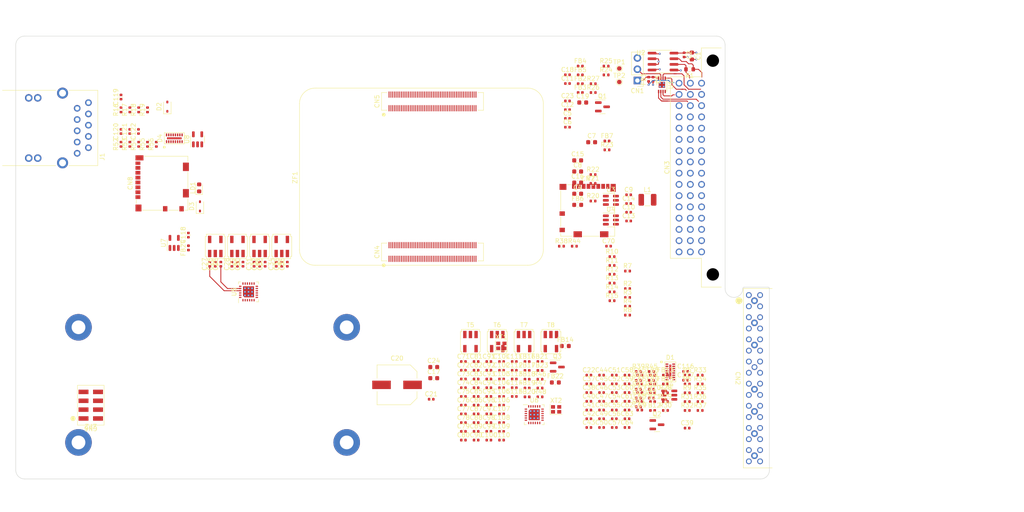
<source format=kicad_pcb>
(kicad_pcb (version 20221018) (generator pcbnew)
  (layers (0 "F.Cu" signal) (1 "In1.Cu" signal) (2 "In2.Cu" signal) (31 "B.Cu" signal) (34 "B.Paste" user) (35 "F.Paste" user) (36 "B.SilkS" user "B.Silkscreen") (37 "F.SilkS" user "F.Silkscreen") (38 "B.Mask" user) (39 "F.Mask" user) (44 "Edge.Cuts" user))
  (net 0 "")
  (net 1 "+48V")
  (net 2 "+24V")
  (net 3 "+12V")
  (net 4 "/PSU_EEPROM_3V3")
  (net 5 "/PSU_EEPROM_ADDR1")
  (net 6 "/SLOTS_EEPROM_SDA")
  (net 7 "/SLOTS_EEPROM_SCL")
  (net 8 "/PSU_EEPROM_SDA")
  (net 9 "/PSU_EEPROM_ADDR0")
  (net 10 "/SLOTS_EEPROM_3V3")
  (net 11 "/SLOTS_EEPROM_WP")
  (net 12 "/PSU_EEPROM_SCL")
  (net 13 "/PSU_EEPROM_ADDR2")
  (net 14 "/RX")
  (net 15 "/~{R}{slash}W")
  (net 16 "/TX")
  (net 17 "/RS485_B")
  (net 18 "/RS485_A")
  (net 19 "0V")
  (net 23 "Net-(CN4D-GPIO26)")
  (net 34 "+3.3V")
  (net 35 "Net-(U1-WP)")
  (net 36 "Net-(CN4D-GPIO25)")
  (net 37 "Net-(CN4D-GPIO24)")
  (net 38 "Net-(CN4D-GPIO22)")
  (net 39 "Net-(CN4D-GPIO23)")
  (net 40 "Net-(CN4D-GPIO27)")
  (net 72 "/Pi CM4 - GPIO/SD_CLK")
  (net 73 "/Pi CM4 - GPIO/SD_CMD")
  (net 78 "/Pi CM4 - GPIO/SD_DAT0")
  (net 79 "/Pi CM4 - GPIO/SD_DAT1")
  (net 80 "/Pi CM4 - GPIO/SD_DAT2")
  (net 82 "/Pi CM4 - GPIO/SD_DAT3")
  (net 84 "Net-(CN4D-GPIO13)")
  (net 85 "Net-(CN4D-GPIO12)")
  (net 87 "Net-(CN4D-GPIO17)")
  (net 89 "/Pi CM4 - GPIO/UART0_RX")
  (net 90 "Net-(CN4D-GPIO14)")
  (net 91 "/Pi CM4 - GPIO/UART0_TX")
  (net 92 "/Pi CM4 - GPIO/RS485_~{RX}{slash}TX")
  (net 93 "+3V3")
  (net 134 "Net-(C25-Pad2)")
  (net 135 "/GPS/GNSS_PPS")
  (net 136 "/GPS/~{GNSS_RESET}")
  (net 137 "Net-(Q1-G)")
  (net 138 "/GPS/GNSS_25MHZ")
  (net 139 "/GPS/GNSS_TX")
  (net 140 "/GPS/GNSS_RX")
  (net 141 "Net-(FB4-Pad1)")
  (net 142 "Net-(C26-Pad2)")
  (net 143 "Net-(C27-Pad2)")
  (net 144 "Net-(C28-Pad2)")
  (net 145 "Net-(C29-Pad2)")
  (net 146 "Net-(C30-Pad2)")
  (net 147 "Net-(C31-Pad2)")
  (net 148 "Net-(C32-Pad2)")
  (net 149 "Net-(C33-Pad2)")
  (net 150 "Net-(C34-Pad2)")
  (net 151 "Net-(C35-Pad2)")
  (net 152 "Net-(C36-Pad2)")
  (net 153 "Net-(CN1-Pin_1)")
  (net 154 "Net-(C4-Pad1)")
  (net 155 "Net-(U3-EN)")
  (net 156 "Net-(U3-NR)")
  (net 157 "Net-(U4-NR)")
  (net 158 "Net-(U3-OUT)")
  (net 159 "Net-(U3-FB)")
  (net 160 "Net-(U4-OUT)")
  (net 161 "Net-(U4-FB)")
  (net 162 "Net-(U5-OUT0_P)")
  (net 163 "Net-(U5-OUT0_N)")
  (net 164 "Net-(FB5-Pad1)")
  (net 165 "Net-(U5-OUT1_P)")
  (net 166 "/GPS/GNSS_VCC")
  (net 167 "/GPS/ANT_VCC")
  (net 168 "Net-(U5-OUT1_N)")
  (net 169 "Net-(Q1-D)")
  (net 170 "/GPS/GNSS_RESET")
  (net 171 "Net-(U5-OUT2_P)")
  (net 172 "Net-(U5-OUT2_N)")
  (net 173 "Net-(U5-OUT3_P)")
  (net 174 "Net-(U5-OUT3_N)")
  (net 181 "Net-(FB3-Pad1)")
  (net 182 "1V8_PLL")
  (net 183 "3V3")
  (net 184 "Net-(Q2-G)")
  (net 185 "/Pi CM4 - GPIO/SFP_LOS")
  (net 186 "Net-(CN4D-GPIO19)")
  (net 187 "Net-(CN4D-GPIO20)")
  (net 188 "Net-(CN4D-GPIO16)")
  (net 189 "/Pi CM4 - GPIO/SFP_SDA")
  (net 190 "/Pi CM4 - GPIO/PLL1_SCL")
  (net 191 "/Pi CM4 - GPIO/SFP_SCL")
  (net 192 "Net-(CN4D-GPIO11)")
  (net 193 "/Pi CM4 - GPIO/~{SFP_PRESENT}")
  (net 194 "/Pi CM4 - GPIO/SFP_TX_FAULT")
  (net 195 "Net-(CN4D-GPIO10)")
  (net 196 "/Pi CM4 - GPIO/GNSS_PPS")
  (net 197 "/Pi CM4 - GPIO/PLL1_SDA")
  (net 198 "/Pi CM4 - GPIO/PLL0_SCL")
  (net 199 "/Pi CM4 - GPIO/PLL0_SDA")
  (net 200 "Net-(Q2-D)")
  (net 201 "/Pi CM4 - GPIO/PLL0_OE")
  (net 202 "/Pi CM4 - GPIO/COMMS_GREEN")
  (net 203 "/Pi CM4 - GPIO/COMMS_RED")
  (net 204 "Net-(U5-LOCK)")
  (net 205 "/Pi CM4 - GPIO/STATUS_GREEN")
  (net 206 "/Pi CM4 - GPIO/STATUS_RED")
  (net 207 "/Pi CM4 - GPIO/SFP_RATE_SEL")
  (net 208 "/Pi CM4 - GPIO/SFP_TX_DISABLE")
  (net 209 "Net-(U5-XIN{slash}REF)")
  (net 210 "Net-(U5-XOUT)")
  (net 211 "Net-(C70-Pad1)")
  (net 212 "Net-(Q3-G)")
  (net 213 "Net-(U6-OUT0_P)")
  (net 214 "Net-(C104-Pad2)")
  (net 215 "Net-(C105-Pad2)")
  (net 216 "Net-(U6-OUT0_N)")
  (net 217 "Net-(C106-Pad2)")
  (net 218 "Net-(U6-OUT1_P)")
  (net 219 "Net-(C107-Pad2)")
  (net 220 "Net-(C108-Pad2)")
  (net 221 "Net-(U6-OUT1_N)")
  (net 222 "Net-(C109-Pad2)")
  (net 223 "Net-(U6-OUT2_P)")
  (net 224 "Net-(C110-Pad2)")
  (net 225 "Net-(C111-Pad2)")
  (net 226 "Net-(U6-OUT2_N)")
  (net 227 "Net-(C112-Pad2)")
  (net 228 "Net-(U6-OUT3_P)")
  (net 229 "Net-(C113-Pad2)")
  (net 230 "Net-(C114-Pad2)")
  (net 231 "Net-(U6-OUT3_N)")
  (net 232 "Net-(C115-Pad2)")
  (net 233 "/CM4 Interfaces/VDD_SD")
  (net 234 "Net-(CN4B-Ethernet_Pair3_P)")
  (net 235 "Net-(CN4B-Ethernet_Pair1_P)")
  (net 236 "Net-(CN4B-Ethernet_Pair3_N)")
  (net 237 "Net-(CN4B-Ethernet_Pair1_N)")
  (net 238 "Net-(CN4B-Ethernet_Pair2_N)")
  (net 239 "Net-(CN4B-Ethernet_Pair0_N)")
  (net 240 "Net-(CN4B-Ethernet_Pair2_P)")
  (net 241 "Net-(CN4B-Ethernet_Pair0_P)")
  (net 242 "/CM4 Interfaces/PTP_PPS")
  (net 243 "Net-(CN4B-SD_CLK)")
  (net 244 "Net-(CN4B-SD_DAT3)")
  (net 245 "Net-(CN4B-SD_CMD)")
  (net 246 "Net-(CN4B-SD_DAT0)")
  (net 247 "Net-(CN4B-SD_DAT1)")
  (net 248 "Net-(CN4B-SD_DAT2)")
  (net 249 "Net-(CN4B-SD_PWR_ON)")
  (net 250 "Net-(CN7-DAT2)")
  (net 251 "Net-(CN7-DAT3{slash}CD)")
  (net 252 "Net-(CN7-CMD)")
  (net 253 "Net-(CN7-CLK)")
  (net 254 "Net-(CN7-DAT0)")
  (net 255 "Net-(CN7-DAT1)")
  (net 257 "Net-(U7-+)")
  (net 258 "/CM4 Interfaces/SD_DAT2")
  (net 259 "/CM4 Interfaces/SD_DAT3")
  (net 260 "/CM4 Interfaces/SD_CMD")
  (net 262 "1V8")
  (net 263 "/CM4 Interfaces/SD_CLK")
  (net 264 "/CM4 Interfaces/SD_DAT0")
  (net 265 "/CM4 Interfaces/SD_DAT1")
  (net 267 "Net-(J1-PadL1)")
  (net 268 "Net-(J1-PadL3)")
  (net 269 "Net-(Q3-D)")
  (net 270 "/CM4 Interfaces/SD_PWR_ON")
  (net 271 "Net-(Q4-D1)")
  (net 272 "Net-(U6-LOCK)")
  (net 273 "Net-(U6-XIN{slash}REF)")
  (net 274 "Net-(U6-XOUT)")
  (net 275 "/PLL and SFP/Frequency Synthesiser 1/1V8_VDDO0")
  (net 276 "/PLL and SFP/Frequency Synthesiser 1/1V8_VDDO1")
  (net 277 "/PLL and SFP/Frequency Synthesiser 1/1V8_VDDO2")
  (net 278 "/PLL and SFP/Frequency Synthesiser 1/1V8_VDDO3")
  (net 279 "/PLL and SFP/Frequency Synthesiser 1/1V8_VDDXO")
  (net 280 "/PLL and SFP/Frequency Synthesiser 1/1v8_VDDREF")
  (net 281 "/PLL and SFP/Frequency Synthesiser 1/1v8_VDDA")
  (net 282 "/PLL and SFP/Frequency Synthesiser 1/3V3_VDDD")
  (net 283 "/PLL and SFP/Frequency Synthesiser 1/SCL")
  (net 284 "/PLL and SFP/Frequency Synthesiser 1/SDA")
  (net 285 "/PLL and SFP/Frequency Synthesiser 1/OE")
  (net 286 "/PLL and SFP/Frequency Synthesiser 2/1V8_VDDO0")
  (net 287 "/PLL and SFP/Frequency Synthesiser 2/1V8_VDDO1")
  (net 288 "/PLL and SFP/Frequency Synthesiser 2/1V8_VDDO2")
  (net 289 "/PLL and SFP/Frequency Synthesiser 2/1V8_VDDO3")
  (net 290 "/PLL and SFP/Frequency Synthesiser 2/1V8_VDDXO")
  (net 291 "/PLL and SFP/Frequency Synthesiser 2/1v8_VDDREF")
  (net 292 "/PLL and SFP/Frequency Synthesiser 2/1v8_VDDA")
  (net 293 "/PLL and SFP/Frequency Synthesiser 2/OE")
  (net 294 "/PLL and SFP/Frequency Synthesiser 2/3V3_VDDD")
  (net 295 "/PLL and SFP/Frequency Synthesiser 2/SCL")
  (net 296 "/PLL and SFP/Frequency Synthesiser 2/SDA")
  (net 297 "/PLL and SFP/Frequency Synthesiser 1/~{PLL_LOCK_OD}")
  (net 298 "/PLL and SFP/Frequency Synthesiser 2/~{PLL_LOCK_OD}")
  (net 299 "/PLL and SFP/Frequency Synthesiser 1/RF1")
  (net 300 "/PLL and SFP/Frequency Synthesiser 1/RF2")
  (net 301 "/PLL and SFP/Frequency Synthesiser 1/RF3")
  (net 302 "/PLL and SFP/Frequency Synthesiser 1/RF4")
  (net 303 "/PLL and SFP/Frequency Synthesiser 2/RF1")
  (net 304 "/PLL and SFP/Frequency Synthesiser 2/RF2")
  (net 305 "/PLL and SFP/Frequency Synthesiser 2/RF3")
  (net 306 "/PLL and SFP/Frequency Synthesiser 2/RF4")
  (net 307 "/PLL and SFP/Frequency Synthesiser 1/1V8_VDDREF")
  (net 308 "/PLL and SFP/Frequency Synthesiser 1/CLK_P")
  (net 309 "/PLL and SFP/Frequency Synthesiser 1/CLK_N")
  (net 310 "/PLL and SFP/Frequency Synthesiser 1/1V8_VDDA")
  (net 311 "/PLL and SFP/Frequency Synthesiser 2/1V8_VDDREF")
  (net 312 "/PLL and SFP/Frequency Synthesiser 2/CLK_P")
  (net 313 "/PLL and SFP/Frequency Synthesiser 2/CLK_N")
  (net 314 "/PLL and SFP/Frequency Synthesiser 2/1V8_VDDA")
  (net 315 "/GPS/PTP_PPS")
  (net 316 "/CM4 Interfaces/~{ETH_ACT}")
  (net 317 "/CM4 Interfaces/~{ETH_LINK}")
  (net 318 "Net-(CN4A-EEPROM_nWP)")
  (net 319 "Net-(CN4A-WiFi_nDisable)")
  (net 320 "Net-(CN4A-BT_nDisable)")
  (net 321 "Net-(CN4A-nRPIBOOT)")
  (net 322 "Net-(CN4A-nPI_LED_PWR)")
  (net 323 "Net-(CN8-DAT2)")
  (net 324 "Net-(CN8-DAT3{slash}CD)")
  (net 325 "Net-(CN8-CMD)")
  (net 326 "Net-(CN8-CLK)")
  (net 327 "Net-(CN8-DAT0)")
  (net 328 "Net-(CN8-DAT1)")
  (net 331 "Net-(LD1-K)")
  (net 332 "Net-(R19-Pad2)")
  (net 333 "Net-(R55-Pad2)")
  (footprint "Capacitor_SMD:C_0402_1005Metric" (layer "F.Cu") (at 101.25 76.5 90)
    (fp_text reference "C36")
    (fp_text value "100n")
  )
  (footprint "Capacitor_SMD:C_0402_1005Metric" (layer "F.Cu") (at 143.84 106.37)
    (fp_text reference "C85")
    (fp_text value "100n")
  )
  (footprint "Inductor_SMD:L_0402_1005Metric" (layer "F.Cu") (at 155.34 102.48)
    (fp_text reference "FB18")
    (fp_text value "1k8")
  )
  (footprint "Resistor_SMD:R_0402_1005Metric" (layer "F.Cu") (at 174.5 74.8)
    (fp_text reference "R10")
    (fp_text value "33R")
  )
  (footprint "Resistor_SMD:R_0402_1005Metric" (layer "F.Cu") (at 180.47 102.74)
    (fp_text reference "R40")
    (fp_text value "33R")
  )
  (footprint "Inductor_SMD:L_0402_1005Metric" (layer "F.Cu") (at 186.55 101.57)
    (fp_text reference "FB13")
    (fp_text value "1k8")
  )
  (footprint "Resistor_SMD:R_0402_1005Metric" (layer "F.Cu") (at 183.38 102.74)
    (fp_text reference "R49")
    (fp_text value "10k")
  )
  (footprint "Resistor_SMD:R_0402_1005Metric" (layer "F.Cu") (at 67.725 49.43 90)
    (fp_text reference "R54")
    (fp_text value "0R0")
  )
  (footprint "Capacitor_SMD:C_0603_1608Metric" (layer "F.Cu") (at 192.5 29.5 -90)
    (fp_text reference "C1")
    (fp_text value "10u")
  )
  (footprint "Resistor_SMD:R_0402_1005Metric" (layer "F.Cu") (at 191.46 107.54)
    (fp_text reference "R31")
    (fp_text value "4k7")
  )
  (footprint "Capacitor_SMD:C_0402_1005Metric" (layer "F.Cu") (at 169.27 105.5)
    (fp_text reference "C38")
    (fp_text value "100n")
  )
  (footprint "Inductor_SMD:L_0402_1005Metric" (layer "F.Cu") (at 78.945 72.825 90)
    (fp_text reference "FB24")
    (fp_text value "1k8")
  )
  (footprint "LED_SMD:LED_0603_1608Metric" (layer "F.Cu") (at 81.365 59.28 90)
    (fp_text reference "LD1")
    (fp_text value "Red")
  )
  (footprint "Modules_WUT:Raspberry-Pi-4-Compute-Module" (layer "F.Cu") (at 155.5 73.25 90)
    (fp_text reference "ZF1")
    (fp_text value "CM4004016")
  )
  (footprint "Capacitor_SMD:C_0402_1005Metric" (layer "F.Cu") (at 140.97 98.49)
    (fp_text reference "C71")
    (fp_text value "100n")
  )
  (footprint "Diode_WUT:Semtech_ECLAMP2410P" (layer "F.Cu") (at 75.76 48.075 90)
    (fp_text reference "D4")
    (fp_text value "ECLAMP2410P")
  )
  (footprint "Package_TO_SOT_SMD:SOT-23" (layer "F.Cu") (at 184.63 112.75)
    (fp_text reference "Q2")
    (fp_text value "DMN62D0U-7")
  )
  (footprint "Package_SO:SOIC-8_3.9x4.9mm_P1.27mm" (layer "F.Cu") (at 186 30.75)
    (fp_text reference "U2")
    (fp_text value "Analog MAX3483ESA+")
  )
  (footprint "Resistor_SMD:R_0402_1005Metric" (layer "F.Cu") (at 173.16 33.77)
    (fp_text reference "R24")
    (fp_text value "100R")
  )
  (footprint "Resistor_SMD:R_0402_1005Metric" (layer "F.Cu") (at 170.21 56.27)
    (fp_text reference "R22")
    (fp_text value "68k")
  )
  (footprint "RF_WUT:MiniCircuits_AT1521" (layer "F.Cu") (at 154.66 93.98)
    (fp_text reference "T7")
    (fp_text value "TC2-72T+" hide)
  )
  (footprint "Capacitor_SMD:C_0402_1005Metric" (layer "F.Cu") (at 169.27 107.47)
    (fp_text reference "C40")
    (fp_text value "100n")
  )
  (footprint "Package_DFN_QFN:DFN-8-1EP_3x2mm_P0.5mm_EP1.36x1.46mm" (layer "F.Cu") (at 185.75 36 90)
    (fp_text reference "U1")
    (fp_text value "Microchip 24LC024-E/MC")
  )
  (footprint "Package_TO_SOT_SMD:SOT-23-6" (layer "F.Cu") (at 174.24 66.53)
    (fp_text reference "U4")
    (fp_text value "TI TPS79301DBV")
  )
  (footprint "Capacitor_SMD:C_0402_1005Metric" (layer "F.Cu") (at 90 76.5 90)
    (fp_text reference "C29")
    (fp_text value "100n")
  )
  (footprint "Package_TO_SOT_SMD:SOT-23-5" (layer "F.Cu") (at 81.005 48.31 90)
    (fp_text reference "U8")
    (fp_text value "SN74LVC1G125DBV")
  )
  (footprint "Resistor_SMD:R_0402_1005Metric" (layer "F.Cu") (at 67.725 41.65 90)
    (fp_text reference "R18")
    (fp_text value "33R")
  )
  (footprint "Capacitor_SMD:C_0402_1005Metric" (layer "F.Cu") (at 93.75 76.5 90)
    (fp_text reference "C31")
    (fp_text value "100n")
  )
  (footprint "Resistor_SMD:R_0402_1005Metric" (layer "F.Cu") (at 173.16 31.78)
    (fp_text reference "R25")
    (fp_text value "10k")
  )
  (footprint "Resistor_SMD:R_0402_1005Metric" (layer "F.Cu") (at 174.5 84.75)
    (fp_text reference "R15")
    (fp_text value "33R")
  )
  (footprint "Resistor_SMD:R_0402_1005Metric" (layer "F.Cu") (at 191.46 101.57)
    (fp_text reference "R5")
    (fp_text value "100R")
  )
  (footprint "Capacitor_SMD:C_0402_1005Metric" (layer "F.Cu") (at 180.75 109.44)
    (fp_text reference "C69")
    (fp_text value "100p")
  )
  (footprint "Capacitor_SMD:C_0402_1005Metric" (layer "F.Cu") (at 100 76.5 90)
    (fp_text reference "C35")
    (fp_text value "100n")
  )
  (footprint "Capacitor_SMD:C_0402_1005Metric" (layer "F.Cu") (at 143.84 104.4)
    (fp_text reference "C84")
    (fp_text value "10u")
  )
  (footprint "RF_WUT:MiniCircuits_AT1521" (layer "F.Cu") (at 148.61 93.98)
    (fp_text reference "T6")
    (fp_text value "TC2-72T+" hide)
  )
  (footprint "Capacitor_SMD:C_0402_1005Metric" (layer "F.Cu") (at 146.71 98.49)
    (fp_text reference "C91")
    (fp_text value "100n")
  )
  (footprint "Inductor_SMD:L_0402_1005Metric" (layer "F.Cu") (at 155.34 106.46)
    (fp_text reference "FB20")
    (fp_text value "1k8")
  )
  (footprint "Connector_WUT:Samtec_SQW-104-01" (layer "F.Cu") (at 56.915 108.345 180)
    (fp_text reference "CN6")
    (fp_text value "SQW-104-01-F-D-VS ")
  )
  (footprint "Resistor_SMD:R_0402_1005Metric" (layer "F.Cu") (at 174.5 78.78)
    (fp_text reference "R12")
    (fp_text value "33R")
  )
  (footprint "Inductor_SMD:L_1210_3225Metric" (layer "F.Cu") (at 182.49 61.96)
    (fp_text reference "L1")
    (fp_text value "4u7")
  )
  (footprint "Capacitor_SMD:C_0402_1005Metric" (layer "F.Cu") (at 149.58 116.22)
    (fp_text reference "C110")
    (fp_text value "100n")
  )
  (footprint "Capacitor_SMD:C_0402_1005Metric" (layer "F.Cu") (at 164.45 33.74)
    (fp_text reference "C18")
    (fp_text value "100n")
  )
  (footprint "Resistor_SMD:R_0402_1005Metric" (layer "F.Cu") (at 178 84.02)
    (fp_text reference "R3")
    (fp_text value "4k7")
  )
  (footprint "Resistor_SMD:R_0402_1005Metric" (layer "F.Cu") (at 178 78.05)
    (fp_text reference "R7")
    (fp_text value "33R")
  )
  (footprint "Capacitor_SMD:C_0402_1005Metric" (layer "F.Cu") (at 149.58 98.49)
    (fp_text reference "C101")
    (fp_text value "100p")
  )
  (footprint "Capacitor_SMD:C_0402_1005Metric" (layer "F.Cu") (at 149.58 108.34)
    (fp_text reference "C106")
    (fp_text value "100n")
  )
  (footprint "Capacitor_SMD:C_0402_1005Metric" (layer "F.Cu") (at 149.58 114.25)
    (fp_text reference "C109")
    (fp_text value "100n")
  )
  (footprint "Capacitor_SMD:C_0603_1608Metric" (layer "F.Cu") (at 167.89 40)
    (fp_text reference "C19")
    (fp_text value "4n7")
  )
  (footprint "Resistor_SMD:R_0402_1005Metric" (layer "F.Cu") (at 174.5 76.79)
    (fp_text reference "R11")
    (fp_text value "33R")
  )
  (footprint "TestPoint:TestPoint_Pad_D1.0mm" (layer "F.Cu") (at 176.14 35.36)
    (fp_text reference "TP2")
    (fp_text value "~")
  )
  (footprint "Resistor_SMD:R_0402_1005Metric" (layer "F.Cu") (at 166 72.44)
    (fp_text reference "R44")
    (fp_text value "33R")
  )
  (footprint "Capacitor_SMD:C_0402_1005Metric" (layer "F.Cu") (at 177.88 111.41)
    (fp_text reference "C63")
    (fp_text value "10u")
  )
  (footprint "Capacitor_SMD:C_0402_1005Metric" (layer "F.Cu") (at 63.735 46.54 90)
    (fp_text reference "C120")
    (fp_text value "100n")
  )
  (footprint "Inductor_SMD:L_0402_1005Metric" (layer "F.Cu") (at 173.36 48.7)
    (fp_text reference "FB7")
    (fp_text value "1k8")
  )
  (footprint "Capacitor_SMD:C_0402_1005Metric" (layer "F.Cu") (at 143.84 112.28)
    (fp_text reference "C88")
    (fp_text value "100n")
  )
  (footprint "Capacitor_SMD:C_0603_1608Metric" (layer "F.Cu") (at 166.75 58.09)
    (fp_text reference "C16")
    (fp_text value "10u")
  )
  (footprint "Capacitor_SMD:C_0402_1005Metric" (layer "F.Cu") (at 65.705 46.54 90)
    (fp_text reference "C121")
    (fp_text value "100n")
  )
  (footprint "Capacitor_SMD:C_0402_1005Metric" (layer "F.Cu") (at 152.45 98.49)
    (fp_text reference "C111")
    (fp_text value "100n")
  )
  (footprint "Capacitor_SMD:C_0402_1005Metric" (layer "F.Cu") (at 180.75 105.5)
    (fp_text reference "C67")
    (fp_text value "100p")
  )
  (footprint "Resistor_SMD:R_0402_1005Metric" (layer "F.Cu") (at 183.38 106.72)
    (fp_text reference "R51")
    (fp_text value "100R")
  )
  (footprint "Capacitor_SMD:C_0603_1608Metric" (layer "F.Cu") (at 166.75 60.6)
    (fp_text reference "C4")
    (fp_text value "10u")
  )
  (footprint "Inductor_SMD:L_0402_1005Metric" (layer "F.Cu") (at 183.64 107.54)
    (fp_text reference "FB11")
    (fp_text value "1k8")
  )
  (footprint "Capacitor_SMD:C_0402_1005Metric" (layer "F.Cu") (at 191.1 102.69)
    (fp_text reference "C117")
    (fp_text value "100n")
  )
  (footprint "Capacitor_SMD:C_0402_1005Metric" (layer "F.Cu") (at 164.45 39.65)
    (fp_text reference "C23")
    (fp_text value "100n")
  )
  (footprint "Capacitor_SMD:C_0402_1005Metric" (layer "F.Cu") (at 143.84 102.43)
    (fp_text reference "C83")
    (fp_text value "10u")
  )
  (footprint "Capacitor_SMD:C_0402_1005Metric" (layer "F.Cu") (at 86.25 76.5 90)
    (fp_text reference "C25")
    (fp_text value "100n")
  )
  (footprint "Connector_WUT:Hirose_DF40C-100DS-0.4V_pins-101-200" (layer "F.Cu") (at 134 39.75 90)
    (fp_text reference "CN5")
    (fp_text value "~")
  )
  (footprint "Resistor_SMD:R_0402_1005Metric" (layer "F.Cu") (at 158.25 102.48)
    (fp_text reference "R46")
    (fp_text value "100R")
  )
  (footprint "Capacitor_SMD:C_0402_1005Metric" (layer "F.Cu") (at 169.27 111.41)
    (fp_text reference "C42")
    (fp_text value "10u")
  )
  (footprint "Capacitor_SMD:C_0402_1005Metric" (layer "F.Cu") (at 152.45 106.37)
    (fp_text reference "C115")
    (fp_text value "100n")
  )
  (footprint "Capacitor_SMD:C_0402_1005Metric" (layer "F.Cu") (at 178.25 66.75)
    (fp_text reference "C13")
    (fp_text value "15p")
  )
  (footprint "Capacitor_SMD:C_0402_1005Metric" (layer "F.Cu") (at 149.58 104.4)
    (fp_text reference "C104")
    (fp_text value "100n")
  )
  (footprint "Resistor_SMD:R_0402_1005Metric" (layer "F.Cu") (at 183.38 100.75)
    (fp_text reference "R45")
    (fp_text value "33R")
  )
  (footprint "Capacitor_SMD:C_0402_1005Metric" (layer "F.Cu") (at 78.935 69.935 90)
    (fp_text reference "C118")
    (fp_text value "100n")
  )
  (footprint "Capacitor_SMD:C_0402_1005Metric" (layer "F.Cu") (at 88.75 76.5 90)
    (fp_text reference "C28")
    (fp_text value "100n")
  )
  (footprint "Capacitor_SMD:C_0402_1005Metric" (layer "F.Cu") (at 177.88 105.5)
    (fp_text reference "C60")
    (fp_text value "10u")
  )
  (footprint "Capacitor_SMD:C_0402_1005Metric" (layer "F.Cu") (at 143.84 114.25)
    (fp_text reference "C89")
    (fp_text value "100n")
  )
  (footprint "Capacitor_SMD:C_0402_1005Metric" (layer "F.Cu") (at 146.71 110.31)
    (fp_text reference "C97")
    (fp_text value "100p")
  )
  (footprint "Crystal:Crystal_SMD_2016-4Pin_2.0x1.6mm" (layer "F.Cu") (at 149.53 94.94)
    (fp_text reference "XT1")
    (fp_text value "60MHz")
  )
  (footprint "RF_WUT:MiniCircuits_AT1521" (layer "F.Cu") (at 142.56 93.98)
    (fp_text reference "T5")
    (fp_text value "TC2-72T+" hide)
  )
  (footprint "Capacitor_SMD:C_0402_1005Metric" (layer "F.Cu") (at 140.97 104.4)
    (fp_text reference "C74")
    (fp_text value "100n")
  )
  (footprint "Capacitor_SMD:C_0402_1005Metric" (layer "F.Cu") (at 175.01 105.5)
    (fp_text reference "C53")
    (fp_text value "100n")
  )
  (footprint "Resistor_SMD:R_0402_1005Metric" (layer "F.Cu") (at 63.745 49.43 90)
    (fp_text reference "R52")
    (fp_text value "0R0")
  )
  (footprint "Resistor_SMD:R_0402_1005Metric" (layer "F.Cu") (at 186.55 105.55)
    (fp_text reference "R28")
    (fp_text value "10k")
  )
  (footprint "Capacitor_SMD:C_0402_1005Metric" (layer "F.Cu") (at 152.45 102.43)
    (fp_text reference "C113")
    (fp_text value "100n")
  )
  (footprint "Capacitor_SMD:C_0402_1005Metric" (layer "F.Cu") (at 143.84 108.34)
    (fp_text reference "C86")
    (fp_text value "100n")
  )
  (footprint "Capacitor_SMD:C_0402_1005Metric" (layer "F.Cu") (at 169.27 101.56)
    (fp_text reference "C22")
    (fp_text value "4n7")
  )
  (footprint "Capacitor_SMD:C_0402_1005Metric" (layer "F.Cu") (at 175.01 113.38)
    (fp_text reference "C57")
    (fp_text value "10u")
  )
  (footprint "Capacitor_SMD:C_0603_1608Metric" (layer "F.Cu") (at 166.75 55.58)
    (fp_text reference "C8")
    (fp_text value "10u")
  )
  (footprint "MountingHole:MountingHole_2.7mm" (layer "F.Cu") (at 43.6 119.45)
    (fp_text reference "LAYOUT2" hide)
    (fp_text value "2.7mm NPTH")
  )
  (footprint "Inductor_SMD:L_0603_1608Metric" (layer "F.Cu") (at 161.71 103.21)
    (fp_text reference "FB22")
    (fp_text value "600R")
  )
  (footprint "Capacitor_SMD:C_0402_1005Metric" (layer "F.Cu") (at 140.97 112.28)
    (fp_text reference "C78")
    (fp_text value "10u")
  )
  (footprint "Capacitor_SMD:C_0402_1005Metric" (layer "F.Cu") (at 85 76.5 90)
    (fp_text reference "C26")
    (fp_text value "100n")
  )
  (footprint "Package_TO_SOT_SMD:TSOT-23-6" (layer "F.Cu") (at 187.41 106.07)
    (fp_text reference "Q4")
    (fp_text value "onsemi FDC6330L")
  )
  (footprint "Capacitor_SMD:C_0402_1005Metric" (layer "F.Cu") (at 164.45 35.71)
    (fp_text reference "C11")
    (fp_text value "100p")
  )
  (footprint "Capacitor_SMD:C_0402_1005Metric" (layer "F.Cu") (at 146.71 116.22)
    (fp_text reference "C100")
    (fp_text value "100n")
  )
  (footprint "Capacitor_SMD:C_0402_1005Metric" (layer "F.Cu") (at 67.675 46.54 90)
    (fp_text reference "C122")
    (fp_text value "100n")
  )
  (footprint "Capacitor_SMD:C_0402_1005Metric" (layer "F.Cu") (at 178.25 60.84)
    (fp_text reference "C9")
    (fp_text value "100n")
  )
  (footprint "Capacitor_SMD:C_0402_1005Metric" (layer "F.Cu") (at 96.25 76.5 90)
    (fp_text reference "C33")
    (fp_text value "100n")
  )
  (footprint "Resistor_SMD:R_0402_1005Metric" (layer "F.Cu") (at 65.735 41.65 90)
    (fp_text reference "R17")
    (fp_text value "33R")
  )
  (footprint "Capacitor_SMD:C_0402_1005Metric" (layer "F.Cu") (at 140.97 110.31)
    (fp_text reference "C77")
    (fp_text value "100n")
  )
  (footprint "Capacitor_SMD:C_0402_1005Metric" (layer "F.Cu") (at 175.01 109.44)
    (fp_text reference "C55")
    (fp_text value "100n")
  )
  (footprint "Resistor_SMD:R_0402_1005Metric" (layer "F.Cu") (at 69.715 41.65 90)
    (fp_text reference "R19")
    (fp_text value "33R")
  )
  (footprint "Inductor_SMD:L_0402_1005Metric" (layer "F.Cu") (at 183.64 101.57)
    (fp_text reference "FB8")
    (fp_text value "1k8")
  )
  (footprint "Capacitor_SMD:C_0402_1005Metric" (layer "F.Cu") (at 180.75 107.47)
    (fp_text reference "C68")
    (fp_text value "100p")
  )
  (footprint "Capacitor_SMD:C_0402_1005Metric" (layer "F.Cu") (at 149.58 112.28)
    (fp_text reference "C108")
    (fp_text value "100n")
  )
  (footprint "Capacitor_SMD:C_0402_1005Metric" (layer "F.Cu") (at 143.84 100.46)
    (fp_text reference "C82")
    (fp_text value "10u")
  )
  (footprint "Inductor_SMD:L_0603_1608Metric" (layer "F.Cu") (at 163.96 94.98)
    (fp_text reference "FB14")
    (fp_text value "600R")
  )
  (footprint "Capacitor_SMD:C_0402_1005Metric" (layer "F.Cu") (at 164.45 43.59)
    (fp_text reference "C5")
    (fp_text value "100p")
  )
  (footprint "Package_TO_SOT_SMD:SOT-23" (layer "F.Cu") (at 172.34 40.97)
    (fp_text reference "Q1")
    (fp_text value "DMN62D0U-7")
  )
  (footprint "Resistor_SMD:R_0402_1005Metric" (layer "F.Cu") (at 186.55 109.53)
    (fp_text reference "R30")
    (fp_text value "100R")
  )
  (footprint "RF_WUT:MiniCircuits_AT1521" (layer "F.Cu") (at 95 72.5 180)
    (fp_text reference "T3")
    (fp_text value "TC2-72T+" hide)
  )
  (footprint "Capacitor_SMD:C_0402_1005Metric" (layer "F.Cu") (at 140.97 114.25)
    (fp_text reference "C79")
    (fp_text value "10u")
  )
  (footprint "Resistor_SMD:R_0402_1005Metric" (layer "F.Cu") (at 158.25 104.47)
    (fp_text reference "R47")
    (fp_text value "10k")
  )
  (footprint "Inductor_SMD:L_0402_1005Metric" (layer "F.Cu") (at 167.34 31.78)
    (fp_text reference "FB4")
    (fp_text value "1k8")
  )
  (footprint "Capacitor_SMD:C_0402_1005Metric" (layer "F.Cu") (at 164.45 41.62)
    (fp_text reference "C12")
    (fp_text value "100p")
  )
  (footprint "Resistor_SMD:R_0402_1005Metric" (layer "F.Cu") (at 158.25 106.46)
    (fp_text reference "R48")
    (fp_text value "100R")
  )
  (footprint "Capacitor_SMD:C_0603_1608Metric" (layer "F.Cu") (at 166.75 53.07)
    (fp_text reference "C15")
    (fp_text value "10u")
  )
  (footprint "Connector_WUT:Samtec_GRF1-J-P-08-E-RA-TH1" (layer "F.Cu") (at 206.63 102.25 -90)
    (fp_text reference "CN2")
    (fp_text value "Samtec GRF1-J-P-08-E-RA-TH1")
  )
  (footprint "Capacitor_SMD:C_0402_1005Metric" (layer "F.Cu") (at 180.75 103.53)
    (fp_text reference "C66")
    (fp_text value "100n")
  )
  (footprint "Resistor_SMD:R_0402_1005Metric" (layer "F.Cu") (at 180.47 100.75)
    (fp_text reference "R39")
    (fp_text value "1k0")
  )
  (footprint "Diode_WUT:Semtech_ECLAMP2410P" (layer "F.Cu") (at 187.645 100.825)
    (fp_text reference "D1")
    (fp_text value "ECLAMP2410P")
  )
  (footprint "Capacitor_SMD:C_0402_1005Metric" (layer "F.Cu") (at 146.71 112.28)
    (fp_text reference "C98")
    (fp_text value "10u")
  )
  (footprint "Capacitor_SMD:C_0603_1608Metric" (layer "F.Cu") (at 134.28 99.73)
    (fp_text reference "C24")
    (fp_text value "4n7")
  )
  (footprint "Capacitor_SMD:C_0402_1005Metric" (layer "F.Cu") (at 183.75 34.75 -90)
    (fp_text reference "C3")
    (fp_text value "100n")
  )
  (footprint "Resistor_SMD:R_0402_1005Metric" (layer "F.Cu") (at 194.37 101.57)
    (fp_text reference "R33")
    (fp_text value "100R")
  )
  (footprint "Inductor_SMD:L_0603_1608Metric" (layer "F.Cu") (at 166.75 63.11)
    (fp_text reference "FB6")
    (fp_text value "600R")
  )
  (footprint "Capacitor_SMD:C_0402_1005Metric" (layer "F.Cu") (at 146.71 100.46)
    (fp_text reference "C92")
    (fp_text value "4n7")
  )
  (footprint "Capacitor_SMD:C_0402_1005Metric" (layer "F.Cu") (at 140.97 108.34)
    (fp_text reference "C76")
    (fp_text value "100n")
  )
  (footprint "Capacitor_SMD:C_0402_1005Metric" (layer "F.Cu") (at 149.58 106.37)
    (fp_text reference "C105")
    (fp_text value "100n")
  )
  (footprint "Capacitor_SMD:C_0402_1005Metric" (layer "F.Cu") (at 172.14 105.5)
    (fp_text reference "C46")
    (fp_text value "10u")
  )
  (footprint "Capacitor_SMD:C_0402_1005Metric" (layer "F.Cu") (at 172.14 101.56)
    (fp_text reference "C44")
    (fp_text value "4n7")
  )
  (footprint "Capacitor_SMD:C_0402_1005Metric" (layer "F.Cu") (at 83.75 76.5 90)
    (fp_text reference "C27")
    (fp_text value "100n")
  )
  (footprint "Resistor_SMD:R_0402_1005Metric" (layer "F.Cu") (at 178 82.03)
    (fp_text reference "R2")
    (fp_text value "4k7")
  )
  (footprint "Capacitor_SMD:C_0402_1005Metric" (layer "F.Cu") (at 175.01 111.41)
    (fp_text reference "C56")
    (fp_text value "100n")
  )
  (footprint "Resistor_SMD:R_0402_1005Metric" (layer "F.Cu") (at 191.46 109.53)
    (fp_text reference "R32")
    (fp_text value "4k7")
  )
  (footprint "Connector_WUT:Hirose_DF40C-100DS-0.4V" (layer "F.Cu") (at 134 73.75 90)
    (fp_text reference "CN4")
    (fp_text value "~")
  )
  (footprint "Inductor_SMD:L_0402_1005Metric" (layer "F.Cu") (at 183.64 109.53)
    (fp_text reference "FB12")
    (fp_text value "1k8")
  )
  (footprint "RF_WUT:Renesas_QFN-24-1EP_4x4mm_P0.5mm_EP2.5x2.5mm_ThermalVias" (layer "F.Cu") (at 156.945 110.48)
    (fp_text reference "U6")
    (fp_text value "RC32504A000GNK#BB0")
  )
  (footprint "Connector_Card:microSD_HC_Molex_104031-0811" (layer "F.Cu") (at 169 64.375)
    (fp_text reference "CN7")
    (fp_text value "104031-0811")
  )
  (footprint "Resistor_SMD:R_0402_1005Metric" (layer "F.Cu") (at 178 86.01)
    (fp_text reference "R4")
    (fp_text value "4k7")
  )
  (footprint "Capacitor_SMD:C_0402_1005Metric" (layer "F.Cu") (at 175.01 103.53)
    (fp_text reference "C52")
    (fp_text value "4n7")
  )
  (footprint "Capacitor_SMD:C_0402_1005Metric" (layer "F.Cu") (at 173.72 72.43)
    (fp_text reference "C70")
    (fp_text value "100n")
  )
  (footprint "Capacitor_SMD:C_0402_1005Metric" (layer "F.Cu") (at 177.88 113.38)
    (fp_text reference "C64")
    (fp_text value "100n")
  )
  (footprint "Capacitor_SMD:C_0402_1005Metric" (layer "F.Cu") (at 149.58 100.46)
    (fp_text reference "C102")
    (fp_text value "4n7")
  )
  (footprint "Resistor_SMD:R_0402_1005Metric" (layer "F.Cu") (at 180.47 106.72)
    (fp_text reference "R42")
    (fp_text value "33R")
  )
  (footprint "Capacitor_SMD:C_0402_1005Metric" (layer "F.Cu") (at 149.58 102.43)
    (fp_text reference "C103")
    (fp_text value "100n")
  )
  (footprint "Capacitor_SMD:C_0402_1005Metric" (layer "F.Cu") (at 178.25 62.81)
    (fp_text reference "C14")
    (fp_text value "15p")
  )
  (footprint "Resistor_SMD:R_0402_1005Metric" (layer "F.Cu") (at 174.5 82.76)
    (fp_text reference "R14")
    (fp_text value "33R")
  )
  (footprint "Resistor_SMD:R_0402_1005Metric" (layer "F.Cu") (at 194.37 107.54)
    (fp_text reference "R36")
    (fp_text value "100R")
  )
  (footprint "Resistor_SMD:R_0402_1005Metric" (layer "F.Cu") (at 170.25 37.75)
    (fp_text reference "R26")
    (fp_text value "100R")
  )
  (footprint "Diode_SMD:D_SOD-323" (layer "F.Cu") (at 74.185 40.935 90)
    (fp_text reference "D2")
    (fp_text value "5V0")
  )
  (footprint "Capacitor_SMD:C_0402_1005Metric" (layer "F.Cu") (at 177.88 103.53)
    (fp_text reference "C59")
    (fp_text value "100n")
  )
  (footprint "Crystal:Crystal_SMD_2016-4Pin_2.0x1.6mm" (layer "F.Cu") (at 161.89 109.28)
    (fp_text reference "XT2")
    (fp_text value "60MHz")
  )
  (footprint "Resistor_SMD:R_0402_1005Metric" (layer "F.Cu") (at 173.36 50.69)
    (fp_text reference "R23")
    (fp_text value "22k")
  )
  (footprint "Connector_WUT:Connector_RJ45_Magjack_Abracon_ARJM11D7-502-AB-EW2" (layer "F.Cu") (at 47.5 45.75 -90)
    (fp_text reference "J1")
    (fp_text value "Connector_RJ45_Magjack_Abracon_ARJM11D7-502-AB-EW2")
  )
  (footprint "Inductor_SMD:L_0402_1005Metric" (layer "F.Cu") (at 182.75 34.75 90)
    (fp_text reference "FB1")
    (fp_text value "1k8")
  )
  (footprint "Resistor_SMD:R_0402_1005Metric" (layer "F.Cu") (at 180.47 108.71)
    (fp_text reference "R43")
    (fp_text value "33R")
  )
  (footprint "Inductor_SMD:L_0402_1005Metric" (layer "F.Cu") (at 155.34 104.47)
    (fp_text reference "FB19")
    (fp_text value "1k8")
  )
  (footprint "MountingHole:MountingHole_2.7mm" (layer "F.Cu") (at 197.24 119.45)
    (fp_text reference "LAYOUT3" hide)
    (fp_text value "2.7mm NPTH")
  )
  (footprint "Capacitor_SMD:C_0402_1005Metric" (layer "F.Cu") (at 146.71 106.37)
    (fp_text reference "C95")
    (fp_text value "4n7")
  )
  (footprint "Capacitor_SMD:C_0402_1005Metric" (layer "F.Cu") (at 172.14 103.53)
    (fp_text reference "C45")
    (fp_text value "100n")
  )
  (footprint "Resistor_SMD:R_0402_1005Metric" (layer "F.Cu") (at 178 88)
    (fp_text reference "R8")
    (fp_text value "4k7")
  )
  (footprint "RF_WUT:MiniCircuits_AT1521" (layer "F.Cu") (at 160.71 93.98)
    (fp_text reference "T8")
    (fp_text value "TC2-72T+" hide)
  )
  (footprint "Package_TO_SOT_SMD:SOT-23-6" (layer "F.Cu") (at 174.24 62.08)
    (fp_text reference "U3")
    (fp_text value "TI TPS79301DBV")
  )
  (footprint "Capacitor_SMD:C_0402_1005Metric" (layer "F.Cu") (at 143.84 110.31)
    (fp_text reference "C87")
    (fp_text value "100n")
  )
  (footprint "TestPoint:TestPoint_Pad_D1.0mm" (layer "F.Cu") (at 176.14 32.31)
    (fp_text reference "TP1")
    (fp_text value "~")
  )
  (footprint "Resistor_SMD:R_0402_1005Metric" (layer "F.Cu") (at 170.21 62.24)
    (fp_text reference "R20")
    (fp_text value "22k")
  )
  (footprint "Resistor_SMD:R_0402_1005Metric" (layer "F.Cu") (at 186.55 107.54)
    (fp_text reference "R29")
    (fp_text value "100R")
  )
  (footprint "Capacitor_SMD:C_0402_1005Metric" (layer "F.Cu") (at 140.97 116.22)
    (fp_text reference "C80")
    (fp_text value "10u")
  )
  (footprint "Package_TO_SOT_SMD:SOT-23-5" (layer "F.Cu") (at 75.725 71.705 90)
    (fp_text reference "U7")
    (fp_text value "SN74LVC1G125DBV")
  )
  (footprint "Capacitor_SMD:C_0402_1005Metric" (layer "F.Cu") (at 146.71 104.4)
    (fp_text reference "C94")
    (fp_text value "4n7")
  )
  (footprint "Inductor_SMD:L_0402_1005Metric" (layer "F.Cu") (at 155.34 100.49)
    (fp_text reference "FB17")
    (fp_text value "1k8")
  )
  (footprint "Capacitor_SMD:C_0402_1005Metric" (layer "F.Cu") (at 152.45 100.46)
    (fp_text reference "C112")
    (fp_text value "100n")
  )
  (footprint "Capacitor_SMD:C_0402_1005Metric" (layer "F.Cu") (at 143.84 98.49)
    (fp_text reference "C81")
    (fp_text value "10u")
  )
  (footprint "Capacitor_SMD:C_0402_1005Metric" (layer "F.Cu") (at 178.25 64.78)
    (fp_text reference "C10")
    (fp_text value "100n")
  )
  (footprint "Capacitor_SMD:C_0402_1005Metric" (layer "F.Cu") (at 172.14 109.44)
    (fp_text reference "C48")
    (fp_text value "4n7")
  )
  (footprint "Inductor_SMD:L_0402_1005Metric" (layer "F.Cu") (at 167.34 35.76)
    (fp_text reference "FB2")
    (fp_text value "1k8")
  )
  (footprint "Inductor_SMD:L_0402_1005Metric" (layer "F.Cu") (at 186.55 103.56)
    (fp_text reference "FB15")
    (fp_text value "1k8")
  )
  (footprint "Capacitor_SMD:C_0402_1005Metric" (layer "F.Cu") (at 164.45 45.56)
    (fp_text reference "C6")
    (fp_text value "100p")
  )
  (footprint "Capacitor_SMD:C_0402_1005Metric" (layer "F.Cu") (at 146.71 102.43)
    (fp_text reference "C93")
    (fp_text value "4n7")
  )
  (footprint "Capacitor_SMD:C_0402_1005Metric" (layer "F.Cu") (at 169.27 113.38)
    (fp_text reference "C43")
    (fp_text value "100n")
  )
  (footprint "MountingHole:MountingHole_2.7mm" (layer "F.Cu") (at 43.6 30.55)
    (fp_text reference "LAYOUT1" hide)
    (fp_text value "2.7mm NPTH")
  )
  (footprint "Resistor_SMD:R_0402_1005Metric" (layer "F.Cu") (at 191.46 103.56)
    (fp_text reference "R6")
    (fp_text value "100R")
  )
  (footprint "Capacitor_SMD:C_0402_1005Metric" (layer "F.Cu") (at 180.75 101.56)
    (fp_text reference "C65")
    (fp_text value "4n7")
  )
  (footprint "RF_WUT:u-blox_RCB-F9T" (layer "F.Cu") (at 56.915 108.345 180)
    (fp_text reference "ZF2")
    (fp_text value "u-blox RCB-F9T")
  )
  (footprint "Capacitor_SMD:C_0402_1005Metric" (layer "F.Cu") (at 172.14 107.47)
    (fp_text reference "C47")
    (fp_text value "100n")
  )
  (footprint "Capacitor_SMD:C_0402_1005Metric" (layer "F.Cu") (at 177.88 107.47)
    (fp_text reference "C61")
    (fp_text value "100n")
  )
  (footprint "Capacitor_SMD:C_0402_1005Metric" (layer "F.Cu") (at 133.71 106.99)
    (fp_text reference "C21")
    (fp_text value "100n")
  )
  (footprint "Resistor_SMD:R_0402_1005Metric" (layer "F.Cu") (at 183.38 104.73)
    (fp_text reference "R50")
    (fp_text value "10k")
  )
  (footprint "Resistor_SMD:R_0402_1005Metric" (layer "F.Cu") (at 194.37 103.56)
    (fp_text reference "R34")
    (fp_text value "100R")
  )
  (footprint "Connector_Card:microSD_HC_Molex_104031-0811" (layer "F.Cu") (at 73 58.25 90)
    (fp_text reference "CN8")
    (fp_text value "104031-0811")
  )
  (footprint "Capacitor_SMD:C_0402_1005Metric" (layer "F.Cu") (at 140.97 100.46)
    (fp_text reference "C72")
    (fp_text value "100n")
  )
  (footprint "RF_WUT:MiniCircuits_AT1521" (layer "F.Cu") (at 100 72.5 180)
    (fp_text reference "T4")
    (fp_text value "TC2-72T+" hide)
  )
  (footprint "Capacitor_SMD:C_0402_1005Metric" (layer "F.Cu") (at 98.75 76.5 90)
    (fp_text reference "C34")
    (fp_text value "100n")
  )
  (footprint "Capacitor_SMD:C_0402_1005Metric" (layer "F.Cu") (at 140.97 106.37)
    (fp_text reference "C75")
    (fp_text value "100n")
  )
  (footprint "Inductor_SMD:L_0402_1005Metric" (layer "F.Cu") (at 167.34 37.75)
    (fp_text reference "FB3")
    (fp_text value "1k8")
  )
  (footprint "Capacitor_SMD:C_0402_1005Metric" (layer "F.Cu") (at 175.01 107.47)
    (fp_text reference "C54")
    (fp_text value "10u")
  )
  (footprint "Resistor_SMD:R_0402_1005Metric" (layer "F.Cu") (at 69.715 49.43 90)
    (fp_text reference "R55")
    (fp_text value "1k0")
  )
  (footprint "Inductor_SMD:L_0402_1005Metric" (layer "F.Cu") (at 158.25 100.49)
    (fp_text reference "FB23")
    (fp_text value "1k8")
  )
  (footprint "Resistor_SMD:R_0603_1608Metric" (layer "F.Cu") (at 192 32.5 180)
    (fp_text reference "R1")
    (fp_text value "120R")
  )
  (footprint "Capacitor_SMD:C_0402_1005Metric" (layer "F.Cu") (at 191.1 100.72)
    (fp_text reference "C116")
    (fp_text value "100n")
  )
  (footprint "Capacitor_WUT:Wurth_WCAP_PSHP_8x8.7mm_SM" (layer "F.Cu") (at 126 103.75)
    (fp_text reference "C20")
    (fp_text value "68u")
  )
  (footprint "RF_WUT:MiniCircuits_AT1521" (layer "F.Cu") (at 85 72.5 180)
    (fp_text reference "T1")
    (fp_text value "TC2-72T+" hide)
  )
  (footprint "Resistor_SMD:R_0402_1005Metric" (layer "F.Cu") (at 65.735 49.43 90)
    (fp_text reference "R53")
    (fp_text value "0R0")
  )
  (footprint "Inductor_SMD:L_0402_1005Metric" (layer "F.Cu") (at 183.64 105.55)
    (fp_text reference "FB10")
    (fp_text value "1k8")
  )
  (footprint "Capacitor_SMD:C_0402_1005Metric" (layer "F.Cu") (at 169.27 109.44)
    (fp_text reference "C41")
    (fp_text value "100n")
  )
  (footprint "Inductor_SMD:L_0402_1005Metric" (layer "F.Cu") (at 167.34 33.77)
    (fp_text reference "FB5")
    (fp_text value "1k8")
  )
  (footprint "Capacitor_SMD:C_0402_1005Metric" (layer "F.Cu") (at 152.45 104.4)
    (fp_text reference "C114")
    (fp_text value "100n")
  )
  (footprint "Resistor_SMD:R_0402_1005Metric" (layer "F.Cu") (at 63.745 41.65 90)
    (fp_text reference "R16")
    (fp_text value "33R")
  )
  (footprint "RF_WUT:Renesas_QFN-24-1EP_4x4mm_P0.5mm_EP2.5x2.5mm_ThermalVias" (layer "F.Cu") (at 92.5 82.75 90)
    (fp_text reference "U5")
    (fp_text value "RC32504A000GNK#BB0")
  )
  (footprint "Resistor_SMD:R_0402_1005Metric" (layer "F.Cu") (at 191.46 105.55)
    (fp_text reference "R9")
    (fp_text value "100R")
  )
  (footprint "Capacitor_SMD:C_0402_1005Metric" (layer "F.Cu") (at 140.97 102.43)
    (fp_text reference "C73")
    (fp_text value "100n")
  )
  (footprint "Capacitor_SMD:C_0402_1005Metric" (layer "F.Cu") (at 149.58 110.31)
    (fp_text reference "C107")
    (fp_text value "100n")
  )
  (footprint "Capacitor_SMD:C_0402_1005Metric" (layer "F.Cu") (at 191.44 113.51)
    (fp_text reference "C39")
    (fp_text value "4n7")
  )
  (footprint "Resistor_SMD:R_0402_1005Metric" (layer "F.Cu") (at 71.705 49.43 90)
    (fp_text reference "R56")
    (fp_text value "0R0")
  )
  (footprint "Capacitor_SMD:C_0603_1608Metric" (layer "F.Cu") (at 134.28 102.24)
    (fp_text reference "C17")
    (fp_text value "10u")
  )
  (footprint "Capacitor_SMD:C_0402_1005Metric" (layer "F.Cu") (at 95 76.5 90)
    (fp_text reference "C32")
    (fp_text value "100n")
  )
  (footprint "Inductor_SMD:L_0402_1005Metric" (layer "F.Cu") (at 183.64 103.56)
    (fp_text reference "FB9")
    (fp_text value "1k8")
  )
  (footprint "Capacitor_SMD:C_0402_1005Metric" (layer "F.Cu") (at 172.14 113.38)
    (fp_text reference "C50")
    (fp_text value "10u")
  )
  (footprint "Inductor_SMD:L_0402_1005Metric" (layer "F.Cu") (at 155.34 98.5)
    (fp_text reference "FB16")
    (fp_text value "1k8")
  )
  (footprint "RF_WUT:MiniCircuits_AT1521" (layer "F.Cu") (at 90 72.5 180)
    (fp_text reference "T2")
    (fp_text value "TC2-72T+" hide)
  )
  (footprint "Capacitor_SMD:C_0402_1005Metric" (layer "F.Cu") (at 63.735 38.76 90)
    (fp_text reference "C119")
    (fp_text value "100p")
  )
  (footprint "Capacitor_SMD:C_0402_1005Metric" (layer "F.Cu") (at 172.14 111.41)
    (fp_text reference "C49")
    (fp_text value "100n")
  )
  (footprint "Resistor_SMD:R_0402_1005Metric" (layer "F.Cu") (at 194.37 105.55)
    (fp_text reference "R35")
    (fp_text value "100R")
  )
  (footprint "Inductor_SMD:L_0402_1005Metric" (layer "F.Cu") (at 158.25 98.5)
    (fp_text reference "FB21")
    (fp_text value "1k8")
  )
  (footprint "Connector_PinHeader_2.54mm:PinHeader_1x03_P2.54mm_Vertical" (layer "F.Cu") (at 180.225 35.025 180)
    (fp_text reference "CN1")
    (fp_text value "Pin_03")
  )
  (footprint "Package_TO_SOT_SMD:SOT-23" (layer "F.Cu") (at 162.15 99.73)
    (fp_text reference "Q3")
    (fp_text value "DMN62D0U-7")
  )
  (footprint "Capacitor_SMD:C_0402_1005Metric" (layer "F.Cu") (at 146.71 108.34)
    (fp_text reference "C96")
    (fp_text value "100n")
  )
  (footprint "Capacitor_SMD:C_0402_1005Metric" (layer "F.Cu") (at 143.84 116.22)
    (fp_text reference "C90")
    (fp_text value "100n")
  )
  (footprint "Resistor_SMD:R_0402_1005Metric" (layer "F.Cu") (at 170.25 35.76)
    (fp_text reference "R27")
    (fp_text value "10k")
  )
  (footprint "Capacitor_SMD:C_0402_1005Metric" (layer "F.Cu") (at 91.25 76.5 90)
    (fp_text reference "C30")
    (fp_text value "100n")
  )
  (footprint "Resistor_SMD:R_0402_1005Metric" (layer "F.Cu") (at 170.21 58.26)
    (fp_text reference "R21")
    (fp_text value "13k")
  )
  (footprint "Diode_SMD:D_SOD-323" (layer "F.Cu") (at 81.545 63.445 90)
    (fp_text reference "D3")
    (fp_text value "5V0")
  )
  (footprint "Capacitor_SMD:C_0603_1608Metric" (layer "F.Cu") (at 169.9 48.96)
    (fp_text reference "C7")
    (fp_text value "10u")
  )
  (footprint "Capacitor_SMD:C_0402_1005Metric" (layer "F.Cu") (at 175.01 101.56)
    (fp_text reference "C51")
    (fp_text value "100n")
  )
  (footprint "Capacitor_SMD:C_0402_1005Metric" (layer "F.Cu") (at 169.27 103.53)
    (fp_text reference "C37")
    (fp_text value "10u")
  )
  (footprint "Resistor_SMD:R_0402_1005Metric" (layer "F.Cu") (at 163.09 72.44)
    (fp_text reference "R38")
    (fp_text value "1k0")
  )
  (footprint "Resistor_SMD:R_0402_1005Metric" (layer "F.Cu") (at 194.37 109.53)
    (fp_text reference "R37")
    (fp_text value "100R")
  )
  (footprint "Capacitor_SMD:C_0402_1005Metric" (layer "F.Cu") (at 177.88 101.56)
    (fp_text reference "C58")
    (fp_text value "100n")
  )
  (footprint "Connector_WUT:DIN41612_R_03x16_Receptacle_RA_Amphenol_86093488613755E1LF" (layer "F.Cu") (at 192.16 54.68 90)
    (fp_text reference "CN3")
    (fp_text value "Amphenol 86093488613755E1LF")
  )
  (footprint "Capacitor_SMD:C_0402_1005Metric" (layer "F.Cu") (at 190.75 29.25 -90)
    (fp_text reference "C2")
    (fp_text value "100n")
  )
  (footprint "Resistor_SMD:R_0402_1005Metric" (layer "F.Cu") (at 174.5 80.77)
    (fp_text reference "R13")
    (fp_text value "33R")
  )
  (footprint "Resistor_SMD:R_0402_1005Metric" (layer "F.Cu") (at 180.47 104.73)
    (fp_text reference "R41")
    (fp_text value "33R")
  )
  (footprint "Capacitor_SMD:C_0402_1005Metric" (layer "F.Cu") (at 146.71 114.25)
    (fp_text reference "C99")
    (fp_text value "100p")
  )
  (footprint "Capacitor_SMD:C_0402_1005Metric" (layer "F.Cu") (at 177.88 109.44)
    (fp_text reference "C62")
    (fp_text value "100n")
  )
  (gr_arc locked (start 198 25) (mid 199.414214 25.585786) (end 200 27) (stroke (width 0.1)) (layer "Edge.Cuts"))
  (gr_line locked (start 204.3 81.7) (end 209.7 81.7) (stroke (width 0.1)) (layer "Edge.Cuts"))
  (gr_arc locked (start 204 82) (mid 204.087868 81.787868) (end 204.3 81.7) (stroke (width 0.1)) (layer "Edge.Cuts"))
  (gr_arc locked (start 209.7 81.7) (mid 209.912132 81.787868) (end 210 82) (stroke (width 0.1)) (layer "Edge.Cuts"))
  (gr_line locked (start 198 25) (end 42 25) (stroke (width 0.1)) (layer "Edge.Cuts"))
  (gr_line locked (start 210 82) (end 210 123) (stroke (width 0.1)) (layer "Edge.Cuts"))
  (gr_line locked (start 40 27) (end 40 123) (stroke (width 0.1)) (layer "Edge.Cuts"))
  (gr_arc locked (start 204 82) (mid 203.414214 83.414214) (end 202 84) (stroke (width 0.1)) (layer "Edge.Cuts"))
  (gr_arc locked (start 42 125) (mid 40.585786 124.414214) (end 40 123) (stroke (width 0.1)) (layer "Edge.Cuts"))
  (gr_arc locked (start 40 27) (mid 40.585786 25.585786) (end 42 25) (stroke (width 0.1)) (layer "Edge.Cuts"))
  (gr_line locked (start 200 27) (end 200 82) (stroke (width 0.1)) (layer "Edge.Cuts"))
  (gr_arc locked (start 210 123) (mid 209.414214 124.414214) (end 208 125) (stroke (width 0.1)) (layer "Edge.Cuts"))
  (gr_arc locked (start 202 84) (mid 200.585786 83.414214) (end 200 82) (stroke (width 0.1)) (layer "Edge.Cuts"))
  (gr_line locked (start 42 125) (end 208 125) (stroke (width 0.1)) (layer "Edge.Cuts"))
  (segment (start 182.75 35.235) (end 182.75 36) (width 0.2) (layer "F.Cu") (net 4))
  (via (at 182.75 36) (size 0.45) (drill 0.2) (layers "F.Cu" "B.Cu") (net 4))
  (segment (start 182.75 36) (end 183.75 35) (width 0.2) (layer "B.Cu") (net 4))
  (segment (start 183.75 35) (end 187.25 35) (width 0.2) (layer "B.Cu") (net 4))
  (segment (start 187.75 35.5) (end 188.5 35.5) (width 0.2) (layer "B.Cu") (net 4))
  (segment (start 187.25 35) (end 187.75 35.5) (width 0.2) (layer "B.Cu") (net 4))
  (segment (start 193.5 39.25) (end 194 39.75) (width 0.2) (layer "F.Cu") (net 5))
  (segment (start 186 39.25) (end 193.5 39.25) (width 0.2) (layer "F.Cu") (net 5))
  (segment (start 185.5 37.5) (end 185.5 38.75) (width 0.2) (layer "F.Cu") (net 5))
  (segment (start 185.5 38.75) (end 186 39.25) (width 0.2) (layer "F.Cu") (net 5))
  (segment (start 186.5 34.5) (end 187.75 34.5) (width 0.2) (layer "F.Cu") (net 8))
  (segment (start 188 36) (end 189 37) (width 0.2) (layer "F.Cu") (net 8))
  (segment (start 190.25 37) (end 191 37) (width 0.2) (layer "F.Cu") (net 8))
  (segment (start 187.75 34.5) (end 188 34.75) (width 0.2) (layer "F.Cu") (net 8))
  (segment (start 189 37) (end 190.25 37) (width 0.2) (layer "F.Cu") (net 8))
  (segment (start 190.25 37) (end 190.5 37) (width 0.2) (layer "F.Cu") (net 8))
  (segment (start 191 37) (end 191.25 37.25) (width 0.2) (layer "F.Cu") (net 8))
  (segment (start 188 34.75) (end 188 36) (width 0.2) (layer "F.Cu") (net 8))
  (segment (start 185.668 39.668) (end 185.5 39.5) (width 0.2) (layer "F.Cu") (net 9))
  (segment (start 187 39.668) (end 185.668 39.668) (width 0.2) (layer "F.Cu") (net 9))
  (segment (start 185 39) (end 185.5 39.5) (width 0.2) (layer "F.Cu") (net 9))
  (segment (start 191.418 39.668) (end 191.573195 39.823195) (width 0.2) (layer "F.Cu") (net 9))
  (segment (start 187 39.668) (end 191.418 39.668) (width 0.2) (layer "F.Cu") (net 9))
  (segment (start 185 37.5) (end 185 39) (width 0.2) (layer "F.Cu") (net 9))
  (segment (start 185.832 39.668) (end 187 39.668) (width 0.2) (layer "F.Cu") (net 9))
  (segment (start 188.5 33.5) (end 190.25 33.5) (width 0.2) (layer "F.Cu") (net 12))
  (segment (start 190.75 36) (end 191.75 37) (width 0.2) (layer "F.Cu") (net 12))
  (segment (start 186 33.75) (end 186.25 33.5) (width 0.2) (layer "F.Cu") (net 12))
  (segment (start 186.25 33.5) (end 188.5 33.5) (width 0.2) (layer "F.Cu") (net 12))
  (segment (start 191.75 37) (end 194.5 37) (width 0.2) (layer "F.Cu") (net 12))
  (segment (start 190.75 34) (end 190.75 36) (width 0.2) (layer "F.Cu") (net 12))
  (segment (start 188.5 33.5) (end 189 33.5) (width 0.2) (layer "F.Cu") (net 12))
  (segment (start 190.25 33.5) (end 190.75 34) (width 0.2) (layer "F.Cu") (net 12))
  (segment (start 186 34.5) (end 186 33.75) (width 0.2) (layer "F.Cu") (net 12))
  (segment (start 188 38.5) (end 188.25 38.25) (width 0.2) (layer "F.Cu") (net 13))
  (segment (start 186 38.25) (end 186.25 38.5) (width 0.2) (layer "F.Cu") (net 13))
  (segment (start 188.25 38.25) (end 188.578 38.25) (width 0.2) (layer "F.Cu") (net 13))
  (segment (start 186 37.5) (end 186 38.25) (width 0.2) (layer "F.Cu") (net 13))
  (segment (start 186 37.5) (end 186 38) (width 0.2) (layer "F.Cu") (net 13))
  (segment (start 186.25 38.5) (end 188 38.5) (width 0.2) (layer "F.Cu") (net 13))
  (segment (start 185.25 29) (end 183.68 29) (width 0.2) (layer "F.Cu") (net 14))
  (segment (start 183.68 29) (end 183.525 28.845) (width 0.2) (layer "F.Cu") (net 14))
  (via (at 185.25 29) (size 0.45) (drill 0.2) (layers "F.Cu" "B.Cu") (net 14))
  (segment (start 183.525 30.115) (end 184.865 30.115) (width 0.2) (layer "F.Cu") (net 15))
  (segment (start 185 30.75) (end 185 30.25) (width 0.2) (layer "F.Cu") (net 15))
  (segment (start 183.525 31.385) (end 184.865 31.385) (width 0.2) (layer "F.Cu") (net 15))
  (segment (start 184.865 31.385) (end 185 31.25) (width 0.2) (layer "F.Cu") (net 15))
  (segment (start 185 31.25) (end 185 30.75) (width 0.2) (layer "F.Cu") (net 15))
  (segment (start 184.865 30.115) (end 185 30.25) (width 0.2) (layer "F.Cu") (net 15))
  (via (at 185 30.75) (size 0.45) (drill 0.2) (layers "F.Cu" "B.Cu") (net 15))
  (segment (start 183.68 32.5) (end 183.525 32.655) (width 0.2) (layer "F.Cu") (net 16))
  (segment (start 185.25 32.5) (end 183.68 32.5) (width 0.2) (layer "F.Cu") (net 16))
  (via (at 185.25 32.5) (size 0.45) (drill 0.2) (layers "F.Cu" "B.Cu") (net 16))
  (segment (start 194 32.5) (end 194.5 33) (width 0.2) (layer "F.Cu") (net 17))
  (segment (start 192.5 31.25) (end 192.825 31.575) (width 0.2) (layer "F.Cu") (net 17))
  (segment (start 192.825 32.5) (end 194 32.5) (width 0.2) (layer "F.Cu") (net 17))
  (segment (start 190.25 30.75) (end 191.25 30.75) (width 0.2) (layer "F.Cu") (net 17))
  (segment (start 194.5 33) (end 194.75 33.25) (width 0.2) (layer "F.Cu") (net 17))
  (segment (start 188.475 30.115) (end 189.615 30.115) (width 0.2) (layer "F.Cu") (net 17))
  (segment (start 191.25 30.75) (end 191.75 31.25) (width 0.2) (layer "F.Cu") (net 17))
  (segment (start 191.75 31.25) (end 192.5 31.25) (width 0.2) (layer "F.Cu") (net 17))
  (segment (start 194.75 33.25) (end 194.75 34.25) (width 0.2) (layer "F.Cu") (net 17))
  (segment (start 192.825 31.575) (end 192.825 32.5) (width 0.2) (layer "F.Cu") (net 17))
  (segment (start 189.615 30.115) (end 190.25 30.75) (width 0.2) (layer "F.Cu") (net 17))
  (segment (start 191.175 31.675) (end 190.885 31.385) (width 0.2) (layer "F.Cu") (net 18))
  (segment (start 188.475 31.385) (end 190.885 31.385) (width 0.2) (layer "F.Cu") (net 18))
  (segment (start 191.175 32.5) (end 191.175 31.675) (width 0.2) (layer "F.Cu") (net 18))
  (segment (start 191.175 33.175) (end 192 34) (width 0.2) (layer "F.Cu") (net 18))
  (segment (start 192 34) (end 192 34.5) (width 0.2) (layer "F.Cu") (net 18))
  (segment (start 191.175 32.5) (end 191.175 33.175) (width 0.2) (layer "F.Cu") (net 18))
  (segment (start 188.57 32.75) (end 188.475 32.655) (width 0.2) (layer "F.Cu") (net 19))
  (segment (start 190.77 29.75) (end 190.75 29.73) (width 0.2) (layer "F.Cu") (net 19))
  (segment (start 191.5 29.75) (end 190.77 29.75) (width 0.2) (layer "F.Cu") (net 19))
  (segment (start 183.75 35.23) (end 183.75 36) (width 0.2) (layer "F.Cu") (net 19))
  (segment (start 192.525 30.25) (end 192.5 30.275) (width 0.2) (layer "F.Cu") (net 19))
  (segment (start 193.5 30.25) (end 192.525 30.25) (width 0.2) (layer "F.Cu") (net 19))
  (segment (start 190 32.75) (end 188.57 32.75) (width 0.2) (layer "F.Cu") (net 19))
  (via (at 185.35 35.6) (size 0.45) (drill 0.2) (layers "F.Cu" "B.Cu") (net 19))
  (via (at 183.75 36) (size 0.45) (drill 0.2) (layers "F.Cu" "B.Cu") (net 19))
  (via (at 186.15 35.6) (size 0.45) (drill 0.2) (layers "F.Cu" "B.Cu") (net 19))
  (via (at 190 32.75) (size 0.45) (drill 0.2) (layers "F.Cu" "B.Cu") (net 19))
  (via (at 191.5 29.75) (size 0.45) (drill 0.2) (layers "F.Cu" "B.Cu") (net 19))
  (via (at 185.35 36.4) (size 0.45) (drill 0.2) (layers "F.Cu" "B.Cu") (net 19))
  (via (at 193.5 30.25) (size 0.45) (drill 0.2) (layers "F.Cu" "B.Cu") (net 19))
  (via (at 186.15 36.4) (size 0.45) (drill 0.2) (layers "F.Cu" "B.Cu") (net 19))
  (segment (start 193.5 28.75) (end 192.525 28.75) (width 0.2) (layer "F.Cu") (net 34))
  (segment (start 192.525 28.75) (end 192.5 28.725) (width 0.2) (layer "F.Cu") (net 34))
  (segment (start 190.75 28.77) (end 192.455 28.77) (width 0.2) (layer "F.Cu") (net 34))
  (segment (start 192.455 28.77) (end 192.5 28.725) (width 0.2) (layer "F.Cu") (net 34))
  (segment (start 188.475 28.845) (end 190.675 28.845) (width 0.2) (layer "F.Cu") (net 34))
  (segment (start 190.675 28.845) (end 190.75 28.77) (width 0.2) (layer "F.Cu") (net 34))
  (via (at 193.5 28.75) (size 0.45) (drill 0.2) (layers "F.Cu" "B.Cu") (net 34))
  (segment (start 185.5 33.75) (end 185.25 33.5) (width 0.2) (layer "F.Cu") (net 35))
  (segment (start 185.5 34.5) (end 185.5 33.75) (width 0.2) (layer "F.Cu") (net 35))
  (segment (start 181.24 33.5) (end 180.225 32.485) (width 0.2) (layer "F.Cu") (net 35))
  (segment (start 185.25 33.5) (end 181.24 33.5) (width 0.2) (layer "F.Cu") (net 35))
  (segment (start 182.75 34.265) (end 183.745 34.265) (width 0.2) (layer "F.Cu") (net 153))
  (segment (start 181.475 35.025) (end 180.225 35.025) (width 0.2) (layer "F.Cu") (net 153))
  (segment (start 183.745 34.265) (end 183.75 34.27) (width 0.2) (layer "F.Cu") (net 153))
  (segment (start 182.235 34.265) (end 181.475 35.025) (width 0.2) (layer "F.Cu") (net 153))
  (segment (start 183.75 34.27) (end 184.27 34.27) (width 0.2) (layer "F.Cu") (net 153))
  (segment (start 182.75 34.265) (end 182.235 34.265) (width 0.2) (layer "F.Cu") (net 153))
  (segment (start 184.27 34.27) (end 184.5 34.5) (width 0.2) (layer "F.Cu") (net 153))
  (segment (start 184.5 34.5) (end 185 34.5) (width 0.2) (layer "F.Cu") (net 153))
  (segment (start 90.625 82) (end 87.75 82) (width 0.2) (layer "F.Cu") (net 162))
  (segment (start 87.75 82) (end 86.25 80.5) (width 0.2) (layer "F.Cu") (net 162))
  (segment (start 86.25 80.5) (end 86.25 76.98) (width 0.2) (layer "F.Cu") (net 162))
  (segment (start 83.75 79.25) (end 83.75 76.98) (width 0.2) (layer "F.Cu") (net 163))
  (segment (start 90.625 82.5) (end 87 82.5) (width 0.2) (layer "F.Cu") (net 163))
  (segment (start 87 82.5) (end 83.75 79.25) (width 0.2) (layer "F.Cu") (net 163))
)
</source>
